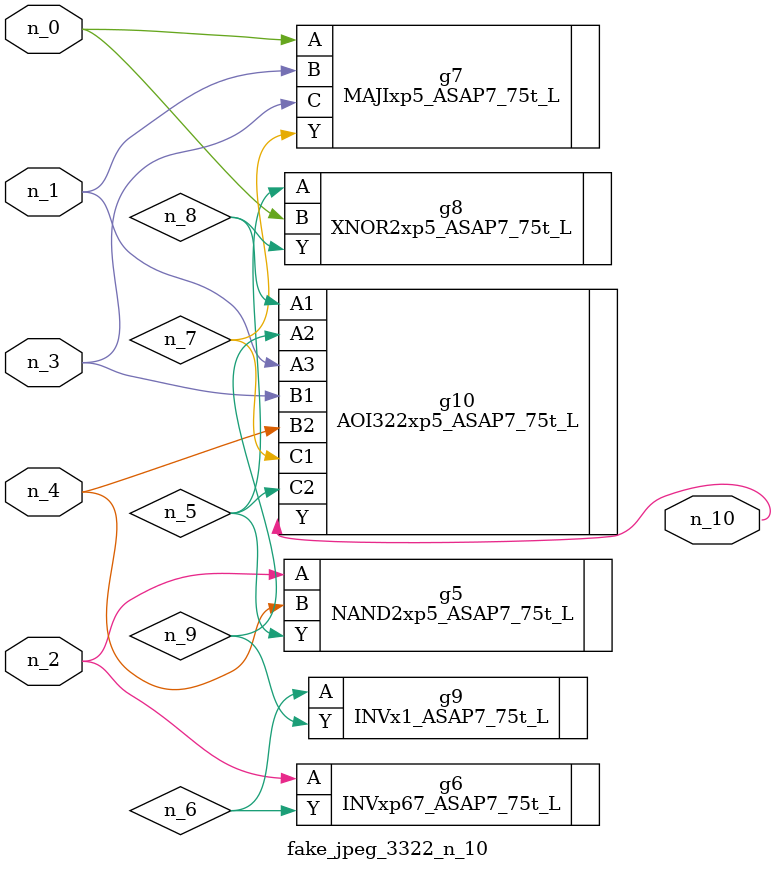
<source format=v>
module fake_jpeg_3322_n_10 (n_3, n_2, n_1, n_0, n_4, n_10);

input n_3;
input n_2;
input n_1;
input n_0;
input n_4;

output n_10;

wire n_8;
wire n_9;
wire n_6;
wire n_5;
wire n_7;

NAND2xp5_ASAP7_75t_L g5 ( 
.A(n_2),
.B(n_4),
.Y(n_5)
);

INVxp67_ASAP7_75t_L g6 ( 
.A(n_2),
.Y(n_6)
);

MAJIxp5_ASAP7_75t_L g7 ( 
.A(n_0),
.B(n_1),
.C(n_3),
.Y(n_7)
);

XNOR2xp5_ASAP7_75t_L g8 ( 
.A(n_5),
.B(n_0),
.Y(n_8)
);

AOI322xp5_ASAP7_75t_L g10 ( 
.A1(n_8),
.A2(n_9),
.A3(n_1),
.B1(n_3),
.B2(n_4),
.C1(n_7),
.C2(n_5),
.Y(n_10)
);

INVx1_ASAP7_75t_L g9 ( 
.A(n_6),
.Y(n_9)
);


endmodule
</source>
